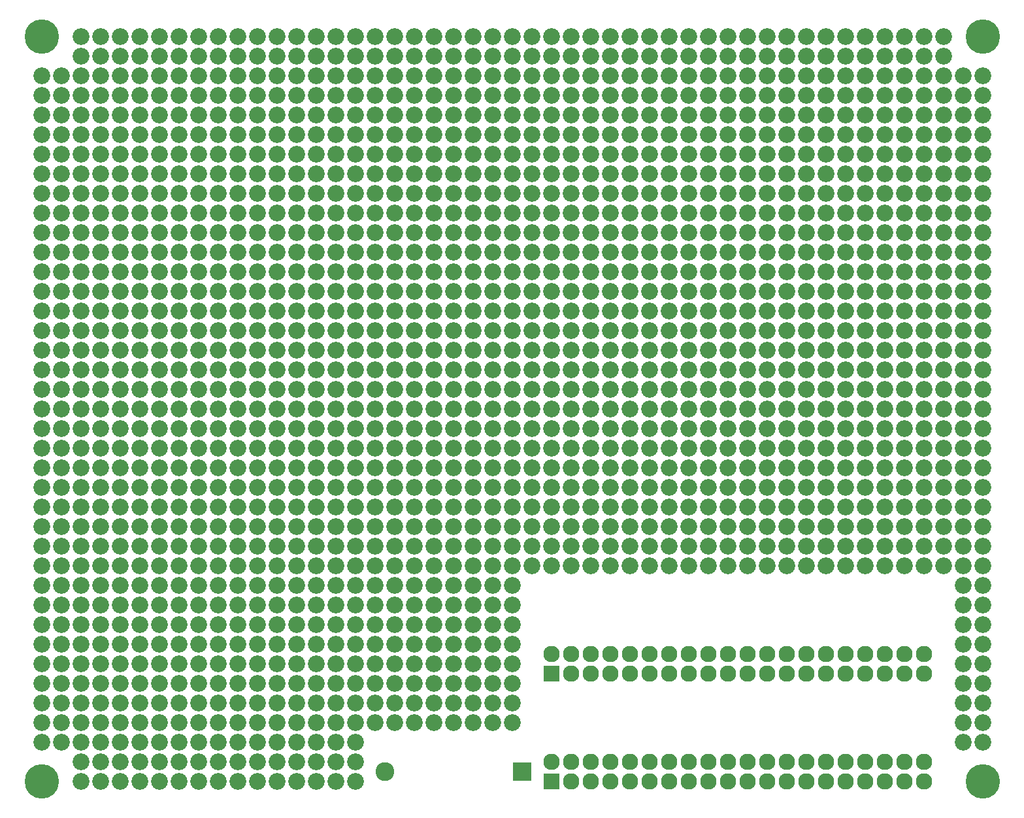
<source format=gbr>
G04 #@! TF.GenerationSoftware,KiCad,Pcbnew,5.1.2*
G04 #@! TF.CreationDate,2020-03-26T11:17:15-04:00*
G04 #@! TF.ProjectId,gw-glitchbus-proto2,67772d67-6c69-4746-9368-6275732d7072,rev?*
G04 #@! TF.SameCoordinates,Original*
G04 #@! TF.FileFunction,Soldermask,Top*
G04 #@! TF.FilePolarity,Negative*
%FSLAX46Y46*%
G04 Gerber Fmt 4.6, Leading zero omitted, Abs format (unit mm)*
G04 Created by KiCad (PCBNEW 5.1.2) date 2020-03-26 11:17:15*
%MOMM*%
%LPD*%
G04 APERTURE LIST*
%ADD10C,4.464000*%
%ADD11C,2.178000*%
%ADD12R,2.127200X2.127200*%
%ADD13O,2.127200X2.127200*%
%ADD14R,2.432000X2.432000*%
%ADD15C,2.432000*%
G04 APERTURE END LIST*
D10*
X195580000Y-152400000D03*
X73660000Y-152400000D03*
X73660000Y-55880000D03*
X195580000Y-55880000D03*
D11*
X111760000Y-152400000D03*
X96520000Y-149860000D03*
X86360000Y-152400000D03*
X104140000Y-149860000D03*
X104140000Y-152400000D03*
X106680000Y-152400000D03*
X81280000Y-149860000D03*
X114300000Y-152400000D03*
X93980000Y-149860000D03*
X91440000Y-149860000D03*
X109220000Y-152400000D03*
X106680000Y-149860000D03*
X99060000Y-152400000D03*
X109220000Y-149860000D03*
X88900000Y-152400000D03*
X83820000Y-149860000D03*
X78740000Y-149860000D03*
X101600000Y-152400000D03*
X81280000Y-152400000D03*
X99060000Y-149860000D03*
X93980000Y-152400000D03*
X111760000Y-149860000D03*
X114300000Y-149860000D03*
X91440000Y-152400000D03*
X88900000Y-149860000D03*
X86360000Y-149860000D03*
X96520000Y-152400000D03*
X83820000Y-152400000D03*
X78740000Y-152400000D03*
X101600000Y-149860000D03*
X193040000Y-144780000D03*
X195580000Y-147320000D03*
X193040000Y-142240000D03*
X193040000Y-139700000D03*
X195580000Y-144780000D03*
X195580000Y-142240000D03*
X195580000Y-139700000D03*
X193040000Y-147320000D03*
X88900000Y-144780000D03*
X91440000Y-147320000D03*
X114300000Y-144780000D03*
X114300000Y-147320000D03*
X121920000Y-144780000D03*
X81280000Y-144780000D03*
X78740000Y-142240000D03*
X109220000Y-144780000D03*
X99060000Y-147320000D03*
X99060000Y-142240000D03*
X134620000Y-139700000D03*
X111760000Y-139700000D03*
X121920000Y-139700000D03*
X119380000Y-139700000D03*
X76200000Y-139700000D03*
X96520000Y-147320000D03*
X86360000Y-144780000D03*
X78740000Y-139700000D03*
X83820000Y-139700000D03*
X111760000Y-147320000D03*
X81280000Y-142240000D03*
X134620000Y-144780000D03*
X96520000Y-144780000D03*
X127000000Y-142240000D03*
X129540000Y-142240000D03*
X129540000Y-144780000D03*
X134620000Y-142240000D03*
X132080000Y-139700000D03*
X129540000Y-139700000D03*
X73660000Y-147320000D03*
X93980000Y-147320000D03*
X132080000Y-142240000D03*
X114300000Y-142240000D03*
X132080000Y-144780000D03*
X93980000Y-144780000D03*
X86360000Y-147320000D03*
X96520000Y-142240000D03*
X86360000Y-139700000D03*
X101600000Y-139700000D03*
X104140000Y-139700000D03*
X99060000Y-139700000D03*
X106680000Y-147320000D03*
X127000000Y-144780000D03*
X73660000Y-139700000D03*
X76200000Y-144780000D03*
X106680000Y-144780000D03*
X109220000Y-147320000D03*
X91440000Y-144780000D03*
X88900000Y-142240000D03*
X99060000Y-144780000D03*
X81280000Y-147320000D03*
X124460000Y-139700000D03*
X91440000Y-139700000D03*
X111760000Y-142240000D03*
X119380000Y-144780000D03*
X104140000Y-142240000D03*
X78740000Y-147320000D03*
X83820000Y-147320000D03*
X86360000Y-142240000D03*
X114300000Y-139700000D03*
X109220000Y-139700000D03*
X101600000Y-147320000D03*
X78740000Y-144780000D03*
X83820000Y-144780000D03*
X106680000Y-142240000D03*
X104140000Y-147320000D03*
X109220000Y-142240000D03*
X73660000Y-144780000D03*
X76200000Y-147320000D03*
X73660000Y-142240000D03*
X88900000Y-139700000D03*
X93980000Y-139700000D03*
X106680000Y-139700000D03*
X96520000Y-139700000D03*
X127000000Y-139700000D03*
X116840000Y-139700000D03*
X91440000Y-142240000D03*
X101600000Y-144780000D03*
X83820000Y-142240000D03*
X116840000Y-142240000D03*
X121920000Y-142240000D03*
X116840000Y-144780000D03*
X101600000Y-142240000D03*
X119380000Y-142240000D03*
X111760000Y-144780000D03*
X93980000Y-142240000D03*
X76200000Y-142240000D03*
X124460000Y-142240000D03*
X104140000Y-144780000D03*
X88900000Y-147320000D03*
X124460000Y-144780000D03*
X81280000Y-139700000D03*
X73660000Y-60960000D03*
X76200000Y-63500000D03*
X76200000Y-66040000D03*
X76200000Y-93980000D03*
X73660000Y-114300000D03*
X73660000Y-109220000D03*
X76200000Y-60960000D03*
X76200000Y-96520000D03*
X73660000Y-76200000D03*
X73660000Y-104140000D03*
X76200000Y-116840000D03*
X73660000Y-78740000D03*
X73660000Y-91440000D03*
X76200000Y-104140000D03*
X76200000Y-76200000D03*
X73660000Y-134620000D03*
X76200000Y-137160000D03*
X73660000Y-132080000D03*
X73660000Y-121920000D03*
X73660000Y-111760000D03*
X76200000Y-114300000D03*
X73660000Y-81280000D03*
X76200000Y-127000000D03*
X76200000Y-119380000D03*
X73660000Y-129540000D03*
X76200000Y-134620000D03*
X76200000Y-132080000D03*
X73660000Y-66040000D03*
X76200000Y-78740000D03*
X73660000Y-63500000D03*
X73660000Y-99060000D03*
X73660000Y-93980000D03*
X73660000Y-88900000D03*
X76200000Y-91440000D03*
X76200000Y-71120000D03*
X76200000Y-68580000D03*
X76200000Y-73660000D03*
X73660000Y-101600000D03*
X76200000Y-88900000D03*
X73660000Y-73660000D03*
X76200000Y-101600000D03*
X73660000Y-86360000D03*
X73660000Y-83820000D03*
X73660000Y-106680000D03*
X76200000Y-111760000D03*
X73660000Y-116840000D03*
X76200000Y-83820000D03*
X76200000Y-109220000D03*
X73660000Y-71120000D03*
X73660000Y-127000000D03*
X76200000Y-129540000D03*
X76200000Y-121920000D03*
X76200000Y-106680000D03*
X73660000Y-137160000D03*
X73660000Y-68580000D03*
X76200000Y-86360000D03*
X76200000Y-81280000D03*
X76200000Y-99060000D03*
X76200000Y-124460000D03*
X73660000Y-96520000D03*
X73660000Y-124460000D03*
X73660000Y-119380000D03*
X193040000Y-132080000D03*
X193040000Y-121920000D03*
X193040000Y-111760000D03*
X195580000Y-114300000D03*
X195580000Y-116840000D03*
X193040000Y-78740000D03*
X193040000Y-91440000D03*
X195580000Y-104140000D03*
X195580000Y-76200000D03*
X193040000Y-134620000D03*
X195580000Y-137160000D03*
X193040000Y-73660000D03*
X195580000Y-101600000D03*
X193040000Y-86360000D03*
X193040000Y-83820000D03*
X193040000Y-106680000D03*
X195580000Y-111760000D03*
X193040000Y-116840000D03*
X195580000Y-127000000D03*
X195580000Y-119380000D03*
X193040000Y-129540000D03*
X195580000Y-134620000D03*
X195580000Y-132080000D03*
X193040000Y-127000000D03*
X195580000Y-129540000D03*
X195580000Y-121920000D03*
X195580000Y-106680000D03*
X193040000Y-137160000D03*
X193040000Y-66040000D03*
X195580000Y-78740000D03*
X193040000Y-63500000D03*
X193040000Y-99060000D03*
X193040000Y-93980000D03*
X193040000Y-88900000D03*
X195580000Y-91440000D03*
X195580000Y-71120000D03*
X195580000Y-68580000D03*
X195580000Y-66040000D03*
X195580000Y-93980000D03*
X193040000Y-114300000D03*
X195580000Y-96520000D03*
X193040000Y-76200000D03*
X193040000Y-104140000D03*
X195580000Y-83820000D03*
X195580000Y-109220000D03*
X193040000Y-71120000D03*
X195580000Y-86360000D03*
X195580000Y-81280000D03*
X195580000Y-99060000D03*
X193040000Y-124460000D03*
X193040000Y-119380000D03*
X195580000Y-124460000D03*
X193040000Y-96520000D03*
X195580000Y-73660000D03*
X193040000Y-101600000D03*
X193040000Y-109220000D03*
X195580000Y-60960000D03*
X193040000Y-60960000D03*
X195580000Y-63500000D03*
X193040000Y-81280000D03*
X193040000Y-68580000D03*
X195580000Y-88900000D03*
X124460000Y-132080000D03*
X91440000Y-132080000D03*
X134620000Y-137160000D03*
X101600000Y-134620000D03*
X83820000Y-132080000D03*
X116840000Y-132080000D03*
X121920000Y-132080000D03*
X116840000Y-134620000D03*
X101600000Y-132080000D03*
X119380000Y-132080000D03*
X111760000Y-134620000D03*
X93980000Y-132080000D03*
X111760000Y-137160000D03*
X121920000Y-137160000D03*
X81280000Y-132080000D03*
X134620000Y-134620000D03*
X119380000Y-137160000D03*
X96520000Y-134620000D03*
X127000000Y-132080000D03*
X129540000Y-132080000D03*
X129540000Y-134620000D03*
X134620000Y-132080000D03*
X111760000Y-132080000D03*
X119380000Y-134620000D03*
X104140000Y-132080000D03*
X78740000Y-137160000D03*
X83820000Y-137160000D03*
X86360000Y-132080000D03*
X114300000Y-132080000D03*
X132080000Y-137160000D03*
X132080000Y-134620000D03*
X129540000Y-137160000D03*
X93980000Y-134620000D03*
X86360000Y-137160000D03*
X96520000Y-132080000D03*
X101600000Y-137160000D03*
X78740000Y-134620000D03*
X83820000Y-134620000D03*
X106680000Y-132080000D03*
X104140000Y-137160000D03*
X109220000Y-134620000D03*
X99060000Y-137160000D03*
X99060000Y-132080000D03*
X124460000Y-137160000D03*
X88900000Y-134620000D03*
X91440000Y-137160000D03*
X114300000Y-134620000D03*
X114300000Y-137160000D03*
X121920000Y-134620000D03*
X106680000Y-134620000D03*
X109220000Y-137160000D03*
X91440000Y-134620000D03*
X104140000Y-134620000D03*
X88900000Y-137160000D03*
X93980000Y-137160000D03*
X132080000Y-132080000D03*
X106680000Y-137160000D03*
X127000000Y-134620000D03*
X96520000Y-137160000D03*
X86360000Y-134620000D03*
X127000000Y-137160000D03*
X116840000Y-137160000D03*
X88900000Y-132080000D03*
X99060000Y-134620000D03*
X81280000Y-137160000D03*
X78740000Y-132080000D03*
X109220000Y-132080000D03*
X81280000Y-134620000D03*
X124460000Y-134620000D03*
X121920000Y-121920000D03*
X104140000Y-119380000D03*
X106680000Y-127000000D03*
X142240000Y-119380000D03*
X109220000Y-129540000D03*
X127000000Y-119380000D03*
X96520000Y-127000000D03*
X127000000Y-124460000D03*
X129540000Y-124460000D03*
X116840000Y-119380000D03*
X129540000Y-127000000D03*
X134620000Y-124460000D03*
X157480000Y-124460000D03*
X111760000Y-124460000D03*
X162560000Y-119380000D03*
X86360000Y-121920000D03*
X119380000Y-127000000D03*
X99060000Y-121920000D03*
X81280000Y-129540000D03*
X78740000Y-124460000D03*
X119380000Y-121920000D03*
X157480000Y-119380000D03*
X129540000Y-119380000D03*
X111760000Y-119380000D03*
X144780000Y-119380000D03*
X187960000Y-124460000D03*
X152400000Y-121920000D03*
X182880000Y-121920000D03*
X177800000Y-121920000D03*
X137160000Y-119380000D03*
X162560000Y-124460000D03*
X165100000Y-124460000D03*
X119380000Y-119380000D03*
X129540000Y-121920000D03*
X185420000Y-124460000D03*
X96520000Y-119380000D03*
X109220000Y-127000000D03*
X99060000Y-129540000D03*
X114300000Y-119380000D03*
X99060000Y-124460000D03*
X93980000Y-129540000D03*
X132080000Y-124460000D03*
X106680000Y-129540000D03*
X106680000Y-121920000D03*
X160020000Y-121920000D03*
X93980000Y-119380000D03*
X177800000Y-119380000D03*
X154940000Y-124460000D03*
X139700000Y-121920000D03*
X172720000Y-121920000D03*
X111760000Y-121920000D03*
X121920000Y-129540000D03*
X142240000Y-121920000D03*
X81280000Y-124460000D03*
X101600000Y-119380000D03*
X134620000Y-127000000D03*
X119380000Y-129540000D03*
X167640000Y-124460000D03*
X147320000Y-124460000D03*
X104140000Y-121920000D03*
X93980000Y-124460000D03*
X165100000Y-121920000D03*
X172720000Y-124460000D03*
X149860000Y-124460000D03*
X78740000Y-121920000D03*
X132080000Y-121920000D03*
X111760000Y-129540000D03*
X81280000Y-121920000D03*
X104140000Y-124460000D03*
X78740000Y-129540000D03*
X137160000Y-124460000D03*
X93980000Y-121920000D03*
X83820000Y-129540000D03*
X109220000Y-119380000D03*
X170180000Y-119380000D03*
X147320000Y-119380000D03*
X134620000Y-119380000D03*
X127000000Y-129540000D03*
X144780000Y-121920000D03*
X116840000Y-121920000D03*
X147320000Y-121920000D03*
X116840000Y-129540000D03*
X83820000Y-119380000D03*
X144780000Y-124460000D03*
X88900000Y-124460000D03*
X78740000Y-119380000D03*
X99060000Y-127000000D03*
X185420000Y-121920000D03*
X149860000Y-121920000D03*
X165100000Y-119380000D03*
X134620000Y-121920000D03*
X175260000Y-119380000D03*
X101600000Y-121920000D03*
X132080000Y-127000000D03*
X129540000Y-129540000D03*
X182880000Y-124460000D03*
X124460000Y-119380000D03*
X187960000Y-119380000D03*
X109220000Y-124460000D03*
X81280000Y-127000000D03*
X190500000Y-124460000D03*
X124460000Y-127000000D03*
X177800000Y-124460000D03*
X86360000Y-124460000D03*
X142240000Y-124460000D03*
X180340000Y-121920000D03*
X127000000Y-121920000D03*
X170180000Y-124460000D03*
X114300000Y-124460000D03*
X132080000Y-129540000D03*
X167640000Y-119380000D03*
X160020000Y-119380000D03*
X104140000Y-127000000D03*
X109220000Y-121920000D03*
X180340000Y-124460000D03*
X91440000Y-127000000D03*
X157480000Y-121920000D03*
X172720000Y-119380000D03*
X149860000Y-119380000D03*
X114300000Y-121920000D03*
X93980000Y-127000000D03*
X139700000Y-124460000D03*
X86360000Y-129540000D03*
X91440000Y-124460000D03*
X91440000Y-121920000D03*
X106680000Y-119380000D03*
X134620000Y-129540000D03*
X101600000Y-127000000D03*
X96520000Y-124460000D03*
X101600000Y-129540000D03*
X78740000Y-127000000D03*
X154940000Y-119380000D03*
X124460000Y-121920000D03*
X182880000Y-119380000D03*
X104140000Y-129540000D03*
X175260000Y-124460000D03*
X185420000Y-119380000D03*
X124460000Y-129540000D03*
X88900000Y-127000000D03*
X91440000Y-129540000D03*
X190500000Y-119380000D03*
X91440000Y-119380000D03*
X175260000Y-121920000D03*
X88900000Y-119380000D03*
X121920000Y-124460000D03*
X124460000Y-124460000D03*
X160020000Y-124460000D03*
X96520000Y-121920000D03*
X88900000Y-121920000D03*
X152400000Y-124460000D03*
X116840000Y-127000000D03*
X101600000Y-124460000D03*
X119380000Y-124460000D03*
X111760000Y-127000000D03*
X180340000Y-119380000D03*
X167640000Y-121920000D03*
X88900000Y-129540000D03*
X114300000Y-129540000D03*
X121920000Y-127000000D03*
X96520000Y-129540000D03*
X86360000Y-127000000D03*
X152400000Y-119380000D03*
X190500000Y-121920000D03*
X127000000Y-127000000D03*
X114300000Y-127000000D03*
X170180000Y-121920000D03*
X83820000Y-127000000D03*
X83820000Y-121920000D03*
X137160000Y-121920000D03*
X187960000Y-121920000D03*
X132080000Y-119380000D03*
X86360000Y-119380000D03*
X99060000Y-119380000D03*
X162560000Y-121920000D03*
X116840000Y-124460000D03*
X154940000Y-121920000D03*
X106680000Y-124460000D03*
X139700000Y-119380000D03*
X121920000Y-119380000D03*
X83820000Y-124460000D03*
X81280000Y-119380000D03*
X185420000Y-106680000D03*
X149860000Y-116840000D03*
X124460000Y-116840000D03*
X116840000Y-106680000D03*
X129540000Y-114300000D03*
X134620000Y-111760000D03*
X157480000Y-111760000D03*
X111760000Y-111760000D03*
X154940000Y-111760000D03*
X139700000Y-109220000D03*
X172720000Y-109220000D03*
X111760000Y-109220000D03*
X121920000Y-116840000D03*
X114300000Y-106680000D03*
X162560000Y-114300000D03*
X99060000Y-111760000D03*
X190500000Y-116840000D03*
X93980000Y-116840000D03*
X96520000Y-111760000D03*
X101600000Y-116840000D03*
X78740000Y-114300000D03*
X154940000Y-106680000D03*
X124460000Y-109220000D03*
X91440000Y-111760000D03*
X91440000Y-109220000D03*
X106680000Y-106680000D03*
X134620000Y-116840000D03*
X101600000Y-114300000D03*
X137160000Y-106680000D03*
X190500000Y-114300000D03*
X185420000Y-114300000D03*
X162560000Y-111760000D03*
X165100000Y-111760000D03*
X83820000Y-116840000D03*
X139700000Y-116840000D03*
X109220000Y-106680000D03*
X170180000Y-106680000D03*
X160020000Y-106680000D03*
X104140000Y-114300000D03*
X175260000Y-114300000D03*
X109220000Y-109220000D03*
X106680000Y-109220000D03*
X160020000Y-109220000D03*
X93980000Y-106680000D03*
X177800000Y-106680000D03*
X78740000Y-106680000D03*
X99060000Y-114300000D03*
X144780000Y-114300000D03*
X185420000Y-109220000D03*
X127000000Y-116840000D03*
X144780000Y-109220000D03*
X116840000Y-109220000D03*
X147320000Y-109220000D03*
X119380000Y-109220000D03*
X157480000Y-106680000D03*
X129540000Y-106680000D03*
X111760000Y-106680000D03*
X111760000Y-116840000D03*
X81280000Y-109220000D03*
X104140000Y-111760000D03*
X78740000Y-116840000D03*
X96520000Y-114300000D03*
X127000000Y-111760000D03*
X137160000Y-114300000D03*
X172720000Y-106680000D03*
X149860000Y-106680000D03*
X114300000Y-109220000D03*
X93980000Y-114300000D03*
X83820000Y-109220000D03*
X149860000Y-114300000D03*
X167640000Y-116840000D03*
X149860000Y-111760000D03*
X78740000Y-109220000D03*
X132080000Y-109220000D03*
X177800000Y-114300000D03*
X101600000Y-106680000D03*
X134620000Y-114300000D03*
X119380000Y-116840000D03*
X167640000Y-111760000D03*
X132080000Y-116840000D03*
X167640000Y-106680000D03*
X172720000Y-114300000D03*
X106680000Y-111760000D03*
X139700000Y-106680000D03*
X121920000Y-106680000D03*
X114300000Y-116840000D03*
X121920000Y-114300000D03*
X177800000Y-116840000D03*
X152400000Y-114300000D03*
X165100000Y-109220000D03*
X172720000Y-111760000D03*
X180340000Y-109220000D03*
X127000000Y-109220000D03*
X170180000Y-111760000D03*
X180340000Y-111760000D03*
X91440000Y-114300000D03*
X157480000Y-109220000D03*
X182880000Y-109220000D03*
X177800000Y-109220000D03*
X154940000Y-116840000D03*
X152400000Y-116840000D03*
X147320000Y-111760000D03*
X104140000Y-109220000D03*
X182880000Y-114300000D03*
X147320000Y-116840000D03*
X127000000Y-106680000D03*
X144780000Y-106680000D03*
X187960000Y-111760000D03*
X152400000Y-109220000D03*
X187960000Y-106680000D03*
X109220000Y-111760000D03*
X160020000Y-114300000D03*
X185420000Y-116840000D03*
X139700000Y-111760000D03*
X86360000Y-116840000D03*
X177800000Y-111760000D03*
X86360000Y-111760000D03*
X142240000Y-111760000D03*
X147320000Y-106680000D03*
X134620000Y-106680000D03*
X154940000Y-114300000D03*
X170180000Y-109220000D03*
X83820000Y-114300000D03*
X157480000Y-114300000D03*
X162560000Y-109220000D03*
X116840000Y-111760000D03*
X154940000Y-109220000D03*
X165100000Y-114300000D03*
X144780000Y-116840000D03*
X93980000Y-111760000D03*
X182880000Y-116840000D03*
X182880000Y-111760000D03*
X124460000Y-106680000D03*
X83820000Y-106680000D03*
X144780000Y-111760000D03*
X88900000Y-111760000D03*
X137160000Y-109220000D03*
X139700000Y-114300000D03*
X180340000Y-114300000D03*
X160020000Y-116840000D03*
X106680000Y-116840000D03*
X149860000Y-109220000D03*
X165100000Y-106680000D03*
X134620000Y-109220000D03*
X175260000Y-106680000D03*
X101600000Y-109220000D03*
X119380000Y-114300000D03*
X99060000Y-109220000D03*
X142240000Y-106680000D03*
X109220000Y-116840000D03*
X182880000Y-106680000D03*
X162560000Y-116840000D03*
X142240000Y-116840000D03*
X167640000Y-114300000D03*
X142240000Y-109220000D03*
X81280000Y-111760000D03*
X185420000Y-111760000D03*
X96520000Y-106680000D03*
X137160000Y-111760000D03*
X93980000Y-109220000D03*
X114300000Y-111760000D03*
X175260000Y-116840000D03*
X190500000Y-106680000D03*
X91440000Y-106680000D03*
X152400000Y-106680000D03*
X190500000Y-109220000D03*
X88900000Y-114300000D03*
X91440000Y-116840000D03*
X162560000Y-106680000D03*
X86360000Y-109220000D03*
X104140000Y-116840000D03*
X175260000Y-111760000D03*
X137160000Y-116840000D03*
X187960000Y-116840000D03*
X99060000Y-106680000D03*
X157480000Y-116840000D03*
X180340000Y-116840000D03*
X116840000Y-114300000D03*
X167640000Y-109220000D03*
X88900000Y-116840000D03*
X83820000Y-111760000D03*
X81280000Y-106680000D03*
X132080000Y-114300000D03*
X129540000Y-116840000D03*
X127000000Y-114300000D03*
X165100000Y-116840000D03*
X109220000Y-114300000D03*
X99060000Y-116840000D03*
X104140000Y-106680000D03*
X106680000Y-114300000D03*
X132080000Y-106680000D03*
X170180000Y-114300000D03*
X81280000Y-114300000D03*
X190500000Y-111760000D03*
X119380000Y-106680000D03*
X129540000Y-109220000D03*
X81280000Y-116840000D03*
X78740000Y-111760000D03*
X86360000Y-106680000D03*
X172720000Y-116840000D03*
X121920000Y-111760000D03*
X119380000Y-111760000D03*
X187960000Y-109220000D03*
X152400000Y-111760000D03*
X142240000Y-114300000D03*
X88900000Y-109220000D03*
X114300000Y-114300000D03*
X96520000Y-109220000D03*
X96520000Y-116840000D03*
X132080000Y-111760000D03*
X147320000Y-114300000D03*
X187960000Y-114300000D03*
X180340000Y-106680000D03*
X170180000Y-116840000D03*
X124460000Y-111760000D03*
X86360000Y-114300000D03*
X129540000Y-111760000D03*
X101600000Y-111760000D03*
X175260000Y-109220000D03*
X121920000Y-109220000D03*
X160020000Y-111760000D03*
X124460000Y-114300000D03*
X111760000Y-114300000D03*
X88900000Y-106680000D03*
X116840000Y-116840000D03*
X185420000Y-93980000D03*
X185420000Y-101600000D03*
X162560000Y-99060000D03*
X165100000Y-99060000D03*
X134620000Y-96520000D03*
X175260000Y-93980000D03*
X109220000Y-101600000D03*
X99060000Y-104140000D03*
X132080000Y-104140000D03*
X167640000Y-93980000D03*
X137160000Y-104140000D03*
X187960000Y-104140000D03*
X106680000Y-101600000D03*
X132080000Y-93980000D03*
X185420000Y-99060000D03*
X96520000Y-93980000D03*
X167640000Y-96520000D03*
X88900000Y-104140000D03*
X144780000Y-93980000D03*
X187960000Y-99060000D03*
X119380000Y-99060000D03*
X187960000Y-96520000D03*
X177800000Y-99060000D03*
X86360000Y-99060000D03*
X96520000Y-104140000D03*
X132080000Y-99060000D03*
X129540000Y-96520000D03*
X81280000Y-104140000D03*
X127000000Y-101600000D03*
X165100000Y-104140000D03*
X177800000Y-101600000D03*
X101600000Y-93980000D03*
X170180000Y-93980000D03*
X160020000Y-93980000D03*
X86360000Y-93980000D03*
X172720000Y-104140000D03*
X124460000Y-96520000D03*
X91440000Y-99060000D03*
X149860000Y-96520000D03*
X165100000Y-93980000D03*
X121920000Y-101600000D03*
X177800000Y-104140000D03*
X144780000Y-99060000D03*
X88900000Y-99060000D03*
X144780000Y-96520000D03*
X116840000Y-96520000D03*
X124460000Y-104140000D03*
X116840000Y-93980000D03*
X129540000Y-101600000D03*
X134620000Y-99060000D03*
X96520000Y-101600000D03*
X127000000Y-99060000D03*
X147320000Y-93980000D03*
X134620000Y-93980000D03*
X78740000Y-93980000D03*
X99060000Y-101600000D03*
X172720000Y-93980000D03*
X149860000Y-93980000D03*
X96520000Y-99060000D03*
X101600000Y-104140000D03*
X78740000Y-101600000D03*
X154940000Y-93980000D03*
X104140000Y-99060000D03*
X78740000Y-104140000D03*
X139700000Y-101600000D03*
X180340000Y-101600000D03*
X187960000Y-101600000D03*
X180340000Y-93980000D03*
X124460000Y-101600000D03*
X111760000Y-101600000D03*
X124460000Y-99060000D03*
X86360000Y-101600000D03*
X152400000Y-99060000D03*
X142240000Y-101600000D03*
X88900000Y-96520000D03*
X114300000Y-101600000D03*
X99060000Y-99060000D03*
X190500000Y-104140000D03*
X116840000Y-99060000D03*
X154940000Y-96520000D03*
X165100000Y-101600000D03*
X144780000Y-104140000D03*
X119380000Y-101600000D03*
X99060000Y-96520000D03*
X160020000Y-104140000D03*
X106680000Y-104140000D03*
X149860000Y-101600000D03*
X167640000Y-104140000D03*
X139700000Y-93980000D03*
X121920000Y-93980000D03*
X142240000Y-96520000D03*
X81280000Y-99060000D03*
X162560000Y-104140000D03*
X142240000Y-104140000D03*
X111760000Y-96520000D03*
X121920000Y-104140000D03*
X104140000Y-104140000D03*
X175260000Y-99060000D03*
X81280000Y-96520000D03*
X157480000Y-99060000D03*
X111760000Y-93980000D03*
X170180000Y-104140000D03*
X91440000Y-104140000D03*
X129540000Y-93980000D03*
X139700000Y-104140000D03*
X91440000Y-96520000D03*
X109220000Y-93980000D03*
X139700000Y-96520000D03*
X177800000Y-93980000D03*
X106680000Y-99060000D03*
X106680000Y-93980000D03*
X144780000Y-101600000D03*
X162560000Y-96520000D03*
X154940000Y-99060000D03*
X93980000Y-93980000D03*
X114300000Y-96520000D03*
X91440000Y-93980000D03*
X78740000Y-96520000D03*
X177800000Y-96520000D03*
X127000000Y-93980000D03*
X132080000Y-96520000D03*
X157480000Y-101600000D03*
X134620000Y-104140000D03*
X109220000Y-96520000D03*
X185420000Y-96520000D03*
X175260000Y-101600000D03*
X157480000Y-96520000D03*
X162560000Y-101600000D03*
X157480000Y-93980000D03*
X162560000Y-93980000D03*
X147320000Y-101600000D03*
X93980000Y-101600000D03*
X170180000Y-99060000D03*
X96520000Y-96520000D03*
X129540000Y-104140000D03*
X160020000Y-99060000D03*
X111760000Y-99060000D03*
X83820000Y-104140000D03*
X172720000Y-96520000D03*
X127000000Y-104140000D03*
X78740000Y-99060000D03*
X182880000Y-104140000D03*
X111760000Y-104140000D03*
X160020000Y-96520000D03*
X93980000Y-104140000D03*
X182880000Y-93980000D03*
X147320000Y-96520000D03*
X106680000Y-96520000D03*
X114300000Y-93980000D03*
X190500000Y-96520000D03*
X119380000Y-96520000D03*
X137160000Y-101600000D03*
X116840000Y-101600000D03*
X99060000Y-93980000D03*
X121920000Y-99060000D03*
X137160000Y-93980000D03*
X121920000Y-96520000D03*
X134620000Y-101600000D03*
X109220000Y-99060000D03*
X152400000Y-96520000D03*
X147320000Y-104140000D03*
X185420000Y-104140000D03*
X83820000Y-101600000D03*
X149860000Y-104140000D03*
X127000000Y-96520000D03*
X104140000Y-93980000D03*
X139700000Y-99060000D03*
X154940000Y-101600000D03*
X182880000Y-99060000D03*
X165100000Y-96520000D03*
X86360000Y-96520000D03*
X180340000Y-104140000D03*
X86360000Y-104140000D03*
X180340000Y-96520000D03*
X160020000Y-101600000D03*
X190500000Y-99060000D03*
X170180000Y-101600000D03*
X180340000Y-99060000D03*
X137160000Y-99060000D03*
X175260000Y-96520000D03*
X157480000Y-104140000D03*
X114300000Y-99060000D03*
X81280000Y-93980000D03*
X119380000Y-93980000D03*
X129540000Y-99060000D03*
X190500000Y-93980000D03*
X152400000Y-93980000D03*
X109220000Y-104140000D03*
X83820000Y-96520000D03*
X124460000Y-93980000D03*
X101600000Y-99060000D03*
X142240000Y-93980000D03*
X152400000Y-104140000D03*
X104140000Y-96520000D03*
X142240000Y-99060000D03*
X175260000Y-104140000D03*
X83820000Y-99060000D03*
X149860000Y-99060000D03*
X187960000Y-93980000D03*
X116840000Y-104140000D03*
X93980000Y-96520000D03*
X147320000Y-99060000D03*
X132080000Y-101600000D03*
X104140000Y-101600000D03*
X83820000Y-93980000D03*
X154940000Y-104140000D03*
X114300000Y-104140000D03*
X137160000Y-96520000D03*
X167640000Y-99060000D03*
X101600000Y-96520000D03*
X93980000Y-99060000D03*
X172720000Y-101600000D03*
X182880000Y-101600000D03*
X91440000Y-101600000D03*
X172720000Y-99060000D03*
X167640000Y-101600000D03*
X119380000Y-104140000D03*
X152400000Y-101600000D03*
X88900000Y-101600000D03*
X182880000Y-96520000D03*
X88900000Y-93980000D03*
X81280000Y-101600000D03*
X190500000Y-101600000D03*
X101600000Y-101600000D03*
X170180000Y-96520000D03*
X127000000Y-88900000D03*
X99060000Y-88900000D03*
X172720000Y-81280000D03*
X99060000Y-83820000D03*
X160020000Y-91440000D03*
X86360000Y-81280000D03*
X172720000Y-91440000D03*
X187960000Y-91440000D03*
X106680000Y-88900000D03*
X165100000Y-91440000D03*
X177800000Y-88900000D03*
X83820000Y-86360000D03*
X149860000Y-86360000D03*
X93980000Y-83820000D03*
X147320000Y-86360000D03*
X167640000Y-83820000D03*
X88900000Y-91440000D03*
X86360000Y-86360000D03*
X96520000Y-91440000D03*
X190500000Y-88900000D03*
X101600000Y-88900000D03*
X187960000Y-86360000D03*
X119380000Y-86360000D03*
X124460000Y-83820000D03*
X91440000Y-86360000D03*
X170180000Y-88900000D03*
X180340000Y-86360000D03*
X132080000Y-81280000D03*
X185420000Y-86360000D03*
X167640000Y-81280000D03*
X137160000Y-91440000D03*
X88900000Y-81280000D03*
X81280000Y-88900000D03*
X162560000Y-86360000D03*
X165100000Y-86360000D03*
X99060000Y-91440000D03*
X132080000Y-91440000D03*
X170180000Y-81280000D03*
X160020000Y-81280000D03*
X185420000Y-81280000D03*
X185420000Y-88900000D03*
X129540000Y-83820000D03*
X81280000Y-91440000D03*
X152400000Y-88900000D03*
X88900000Y-88900000D03*
X134620000Y-83820000D03*
X175260000Y-81280000D03*
X182880000Y-81280000D03*
X147320000Y-83820000D03*
X129540000Y-88900000D03*
X134620000Y-86360000D03*
X88900000Y-83820000D03*
X114300000Y-88900000D03*
X93980000Y-86360000D03*
X172720000Y-88900000D03*
X147320000Y-88900000D03*
X93980000Y-88900000D03*
X190500000Y-91440000D03*
X116840000Y-86360000D03*
X180340000Y-91440000D03*
X86360000Y-91440000D03*
X139700000Y-81280000D03*
X121920000Y-81280000D03*
X104140000Y-86360000D03*
X78740000Y-91440000D03*
X106680000Y-81280000D03*
X144780000Y-88900000D03*
X124460000Y-88900000D03*
X111760000Y-88900000D03*
X154940000Y-91440000D03*
X114300000Y-91440000D03*
X152400000Y-83820000D03*
X147320000Y-91440000D03*
X139700000Y-88900000D03*
X180340000Y-88900000D03*
X78740000Y-83820000D03*
X177800000Y-83820000D03*
X129540000Y-81280000D03*
X139700000Y-91440000D03*
X149860000Y-81280000D03*
X96520000Y-86360000D03*
X190500000Y-83820000D03*
X119380000Y-83820000D03*
X167640000Y-86360000D03*
X101600000Y-83820000D03*
X81280000Y-81280000D03*
X119380000Y-81280000D03*
X147320000Y-81280000D03*
X134620000Y-81280000D03*
X129540000Y-86360000D03*
X190500000Y-81280000D03*
X165100000Y-88900000D03*
X144780000Y-91440000D03*
X99060000Y-81280000D03*
X121920000Y-86360000D03*
X142240000Y-81280000D03*
X152400000Y-91440000D03*
X109220000Y-91440000D03*
X172720000Y-83820000D03*
X111760000Y-83820000D03*
X185420000Y-91440000D03*
X157480000Y-88900000D03*
X91440000Y-83820000D03*
X111760000Y-81280000D03*
X121920000Y-83820000D03*
X127000000Y-81280000D03*
X109220000Y-81280000D03*
X127000000Y-86360000D03*
X124460000Y-91440000D03*
X157480000Y-83820000D03*
X180340000Y-83820000D03*
X142240000Y-91440000D03*
X111760000Y-86360000D03*
X142240000Y-86360000D03*
X132080000Y-83820000D03*
X96520000Y-83820000D03*
X175260000Y-91440000D03*
X152400000Y-86360000D03*
X154940000Y-86360000D03*
X116840000Y-83820000D03*
X132080000Y-88900000D03*
X91440000Y-88900000D03*
X160020000Y-86360000D03*
X187960000Y-88900000D03*
X144780000Y-86360000D03*
X93980000Y-81280000D03*
X83820000Y-83820000D03*
X127000000Y-91440000D03*
X83820000Y-91440000D03*
X134620000Y-91440000D03*
X149860000Y-88900000D03*
X160020000Y-83820000D03*
X162560000Y-88900000D03*
X116840000Y-81280000D03*
X121920000Y-91440000D03*
X134620000Y-88900000D03*
X106680000Y-86360000D03*
X91440000Y-81280000D03*
X137160000Y-81280000D03*
X182880000Y-86360000D03*
X119380000Y-88900000D03*
X165100000Y-83820000D03*
X142240000Y-83820000D03*
X99060000Y-86360000D03*
X114300000Y-83820000D03*
X152400000Y-81280000D03*
X170180000Y-86360000D03*
X78740000Y-86360000D03*
X157480000Y-81280000D03*
X177800000Y-81280000D03*
X177800000Y-91440000D03*
X83820000Y-81280000D03*
X78740000Y-81280000D03*
X149860000Y-91440000D03*
X157480000Y-91440000D03*
X162560000Y-81280000D03*
X154940000Y-81280000D03*
X137160000Y-86360000D03*
X124460000Y-81280000D03*
X182880000Y-83820000D03*
X187960000Y-83820000D03*
X101600000Y-81280000D03*
X104140000Y-91440000D03*
X127000000Y-83820000D03*
X111760000Y-91440000D03*
X116840000Y-88900000D03*
X83820000Y-88900000D03*
X101600000Y-86360000D03*
X104140000Y-81280000D03*
X139700000Y-83820000D03*
X81280000Y-83820000D03*
X175260000Y-83820000D03*
X116840000Y-91440000D03*
X170180000Y-91440000D03*
X175260000Y-86360000D03*
X129540000Y-91440000D03*
X154940000Y-83820000D03*
X109220000Y-86360000D03*
X109220000Y-83820000D03*
X162560000Y-83820000D03*
X144780000Y-83820000D03*
X93980000Y-91440000D03*
X114300000Y-86360000D03*
X137160000Y-88900000D03*
X86360000Y-83820000D03*
X144780000Y-81280000D03*
X121920000Y-88900000D03*
X132080000Y-86360000D03*
X86360000Y-88900000D03*
X91440000Y-91440000D03*
X96520000Y-88900000D03*
X149860000Y-83820000D03*
X137160000Y-83820000D03*
X106680000Y-83820000D03*
X104140000Y-83820000D03*
X185420000Y-83820000D03*
X190500000Y-86360000D03*
X101600000Y-91440000D03*
X106680000Y-91440000D03*
X142240000Y-88900000D03*
X104140000Y-88900000D03*
X88900000Y-86360000D03*
X78740000Y-88900000D03*
X167640000Y-91440000D03*
X182880000Y-91440000D03*
X124460000Y-86360000D03*
X182880000Y-88900000D03*
X139700000Y-86360000D03*
X180340000Y-81280000D03*
X154940000Y-88900000D03*
X96520000Y-81280000D03*
X187960000Y-81280000D03*
X114300000Y-81280000D03*
X157480000Y-86360000D03*
X81280000Y-86360000D03*
X162560000Y-91440000D03*
X167640000Y-88900000D03*
X165100000Y-81280000D03*
X119380000Y-91440000D03*
X175260000Y-88900000D03*
X109220000Y-88900000D03*
X172720000Y-86360000D03*
X160020000Y-88900000D03*
X170180000Y-83820000D03*
X177800000Y-86360000D03*
X129540000Y-68580000D03*
X134620000Y-68580000D03*
X121920000Y-73660000D03*
X109220000Y-78740000D03*
X91440000Y-71120000D03*
X83820000Y-78740000D03*
X121920000Y-78740000D03*
X165100000Y-71120000D03*
X137160000Y-76200000D03*
X124460000Y-68580000D03*
X101600000Y-68580000D03*
X104140000Y-78740000D03*
X81280000Y-71120000D03*
X129540000Y-78740000D03*
X127000000Y-78740000D03*
X86360000Y-71120000D03*
X144780000Y-68580000D03*
X96520000Y-68580000D03*
X109220000Y-73660000D03*
X175260000Y-78740000D03*
X109220000Y-68580000D03*
X180340000Y-71120000D03*
X142240000Y-78740000D03*
X129540000Y-76200000D03*
X147320000Y-71120000D03*
X121920000Y-76200000D03*
X152400000Y-71120000D03*
X88900000Y-78740000D03*
X137160000Y-71120000D03*
X160020000Y-78740000D03*
X167640000Y-76200000D03*
X83820000Y-76200000D03*
X167640000Y-68580000D03*
X83820000Y-73660000D03*
X170180000Y-71120000D03*
X177800000Y-78740000D03*
X88900000Y-76200000D03*
X167640000Y-71120000D03*
X147320000Y-73660000D03*
X142240000Y-76200000D03*
X127000000Y-76200000D03*
X86360000Y-73660000D03*
X165100000Y-68580000D03*
X104140000Y-76200000D03*
X99060000Y-78740000D03*
X162560000Y-73660000D03*
X119380000Y-78740000D03*
X162560000Y-78740000D03*
X134620000Y-71120000D03*
X149860000Y-73660000D03*
X165100000Y-73660000D03*
X180340000Y-73660000D03*
X182880000Y-73660000D03*
X160020000Y-73660000D03*
X101600000Y-73660000D03*
X106680000Y-76200000D03*
X88900000Y-73660000D03*
X124460000Y-71120000D03*
X160020000Y-76200000D03*
X81280000Y-76200000D03*
X129540000Y-71120000D03*
X114300000Y-76200000D03*
X78740000Y-76200000D03*
X175260000Y-76200000D03*
X177800000Y-76200000D03*
X81280000Y-73660000D03*
X187960000Y-78740000D03*
X172720000Y-68580000D03*
X165100000Y-78740000D03*
X185420000Y-68580000D03*
X182880000Y-68580000D03*
X101600000Y-76200000D03*
X170180000Y-76200000D03*
X152400000Y-76200000D03*
X170180000Y-68580000D03*
X160020000Y-68580000D03*
X134620000Y-78740000D03*
X162560000Y-76200000D03*
X180340000Y-68580000D03*
X190500000Y-68580000D03*
X180340000Y-76200000D03*
X132080000Y-71120000D03*
X144780000Y-73660000D03*
X172720000Y-71120000D03*
X152400000Y-73660000D03*
X127000000Y-68580000D03*
X127000000Y-71120000D03*
X144780000Y-71120000D03*
X139700000Y-76200000D03*
X114300000Y-73660000D03*
X165100000Y-76200000D03*
X121920000Y-68580000D03*
X182880000Y-78740000D03*
X124460000Y-78740000D03*
X152400000Y-78740000D03*
X119380000Y-71120000D03*
X177800000Y-71120000D03*
X144780000Y-76200000D03*
X154940000Y-71120000D03*
X157480000Y-78740000D03*
X93980000Y-78740000D03*
X96520000Y-71120000D03*
X187960000Y-76200000D03*
X119380000Y-76200000D03*
X137160000Y-73660000D03*
X91440000Y-78740000D03*
X149860000Y-71120000D03*
X127000000Y-73660000D03*
X177800000Y-68580000D03*
X154940000Y-68580000D03*
X167640000Y-73660000D03*
X187960000Y-68580000D03*
X129540000Y-73660000D03*
X121920000Y-71120000D03*
X190500000Y-71120000D03*
X185420000Y-78740000D03*
X96520000Y-73660000D03*
X91440000Y-76200000D03*
X162560000Y-68580000D03*
X180340000Y-78740000D03*
X185420000Y-76200000D03*
X144780000Y-78740000D03*
X182880000Y-76200000D03*
X132080000Y-76200000D03*
X147320000Y-76200000D03*
X182880000Y-71120000D03*
X124460000Y-76200000D03*
X101600000Y-71120000D03*
X96520000Y-76200000D03*
X111760000Y-78740000D03*
X86360000Y-76200000D03*
X160020000Y-71120000D03*
X154940000Y-73660000D03*
X157480000Y-76200000D03*
X149860000Y-78740000D03*
X111760000Y-76200000D03*
X119380000Y-68580000D03*
X88900000Y-71120000D03*
X185420000Y-71120000D03*
X147320000Y-78740000D03*
X172720000Y-76200000D03*
X96520000Y-78740000D03*
X91440000Y-73660000D03*
X78740000Y-73660000D03*
X139700000Y-78740000D03*
X162560000Y-71120000D03*
X132080000Y-73660000D03*
X119380000Y-73660000D03*
X88900000Y-68580000D03*
X185420000Y-73660000D03*
X177800000Y-73660000D03*
X132080000Y-68580000D03*
X132080000Y-78740000D03*
X172720000Y-73660000D03*
X154940000Y-78740000D03*
X170180000Y-78740000D03*
X154940000Y-76200000D03*
X104140000Y-73660000D03*
X106680000Y-73660000D03*
X175260000Y-73660000D03*
X114300000Y-71120000D03*
X142240000Y-68580000D03*
X124460000Y-73660000D03*
X149860000Y-68580000D03*
X78740000Y-71120000D03*
X142240000Y-73660000D03*
X116840000Y-73660000D03*
X147320000Y-68580000D03*
X137160000Y-68580000D03*
X157480000Y-73660000D03*
X139700000Y-73660000D03*
X93980000Y-73660000D03*
X106680000Y-68580000D03*
X99060000Y-73660000D03*
X83820000Y-71120000D03*
X99060000Y-68580000D03*
X81280000Y-68580000D03*
X116840000Y-68580000D03*
X111760000Y-73660000D03*
X109220000Y-71120000D03*
X142240000Y-71120000D03*
X114300000Y-68580000D03*
X116840000Y-71120000D03*
X111760000Y-68580000D03*
X86360000Y-78740000D03*
X116840000Y-78740000D03*
X93980000Y-68580000D03*
X190500000Y-78740000D03*
X111760000Y-71120000D03*
X149860000Y-76200000D03*
X187960000Y-71120000D03*
X170180000Y-73660000D03*
X83820000Y-68580000D03*
X104140000Y-68580000D03*
X78740000Y-68580000D03*
X134620000Y-76200000D03*
X157480000Y-68580000D03*
X157480000Y-71120000D03*
X91440000Y-68580000D03*
X99060000Y-76200000D03*
X139700000Y-68580000D03*
X134620000Y-73660000D03*
X116840000Y-76200000D03*
X78740000Y-78740000D03*
X139700000Y-71120000D03*
X175260000Y-71120000D03*
X114300000Y-78740000D03*
X175260000Y-68580000D03*
X81280000Y-78740000D03*
X106680000Y-71120000D03*
X152400000Y-68580000D03*
X190500000Y-73660000D03*
X187960000Y-73660000D03*
X93980000Y-71120000D03*
X190500000Y-76200000D03*
X104140000Y-71120000D03*
X167640000Y-78740000D03*
X93980000Y-76200000D03*
X172720000Y-78740000D03*
X86360000Y-68580000D03*
X99060000Y-71120000D03*
X137160000Y-78740000D03*
X101600000Y-78740000D03*
X106680000Y-78740000D03*
X109220000Y-76200000D03*
X137160000Y-66040000D03*
X129540000Y-66040000D03*
X121920000Y-66040000D03*
X167640000Y-66040000D03*
X83820000Y-66040000D03*
X88900000Y-66040000D03*
X142240000Y-66040000D03*
X127000000Y-66040000D03*
X104140000Y-66040000D03*
X106680000Y-66040000D03*
X160020000Y-66040000D03*
X81280000Y-66040000D03*
X114300000Y-66040000D03*
X78740000Y-66040000D03*
X175260000Y-66040000D03*
X177800000Y-66040000D03*
X101600000Y-66040000D03*
X170180000Y-66040000D03*
X152400000Y-66040000D03*
X162560000Y-66040000D03*
X180340000Y-66040000D03*
X139700000Y-66040000D03*
X165100000Y-66040000D03*
X144780000Y-66040000D03*
X187960000Y-66040000D03*
X119380000Y-66040000D03*
X91440000Y-66040000D03*
X185420000Y-66040000D03*
X182880000Y-66040000D03*
X132080000Y-66040000D03*
X147320000Y-66040000D03*
X124460000Y-66040000D03*
X96520000Y-66040000D03*
X86360000Y-66040000D03*
X157480000Y-66040000D03*
X111760000Y-66040000D03*
X172720000Y-66040000D03*
X154940000Y-66040000D03*
X149860000Y-66040000D03*
X134620000Y-66040000D03*
X99060000Y-66040000D03*
X116840000Y-66040000D03*
X190500000Y-66040000D03*
X93980000Y-66040000D03*
X109220000Y-66040000D03*
X121920000Y-63500000D03*
X109220000Y-63500000D03*
X83820000Y-63500000D03*
X147320000Y-63500000D03*
X86360000Y-63500000D03*
X162560000Y-63500000D03*
X149860000Y-63500000D03*
X165100000Y-63500000D03*
X180340000Y-63500000D03*
X182880000Y-63500000D03*
X160020000Y-63500000D03*
X101600000Y-63500000D03*
X88900000Y-63500000D03*
X81280000Y-63500000D03*
X144780000Y-63500000D03*
X152400000Y-63500000D03*
X114300000Y-63500000D03*
X137160000Y-63500000D03*
X127000000Y-63500000D03*
X167640000Y-63500000D03*
X129540000Y-63500000D03*
X96520000Y-63500000D03*
X154940000Y-63500000D03*
X91440000Y-63500000D03*
X78740000Y-63500000D03*
X132080000Y-63500000D03*
X119380000Y-63500000D03*
X185420000Y-63500000D03*
X177800000Y-63500000D03*
X172720000Y-63500000D03*
X104140000Y-63500000D03*
X106680000Y-63500000D03*
X175260000Y-63500000D03*
X124460000Y-63500000D03*
X142240000Y-63500000D03*
X116840000Y-63500000D03*
X157480000Y-63500000D03*
X139700000Y-63500000D03*
X93980000Y-63500000D03*
X99060000Y-63500000D03*
X111760000Y-63500000D03*
X170180000Y-63500000D03*
X134620000Y-63500000D03*
X190500000Y-63500000D03*
X187960000Y-63500000D03*
X91440000Y-60960000D03*
X165100000Y-60960000D03*
X81280000Y-60960000D03*
X86360000Y-60960000D03*
X180340000Y-60960000D03*
X147320000Y-60960000D03*
X152400000Y-60960000D03*
X137160000Y-60960000D03*
X170180000Y-60960000D03*
X167640000Y-60960000D03*
X134620000Y-60960000D03*
X124460000Y-60960000D03*
X129540000Y-60960000D03*
X132080000Y-60960000D03*
X172720000Y-60960000D03*
X127000000Y-60960000D03*
X144780000Y-60960000D03*
X119380000Y-60960000D03*
X177800000Y-60960000D03*
X154940000Y-60960000D03*
X96520000Y-60960000D03*
X149860000Y-60960000D03*
X121920000Y-60960000D03*
X190500000Y-60960000D03*
X182880000Y-60960000D03*
X101600000Y-60960000D03*
X160020000Y-60960000D03*
X88900000Y-60960000D03*
X185420000Y-60960000D03*
X162560000Y-60960000D03*
X114300000Y-60960000D03*
X78740000Y-60960000D03*
X83820000Y-60960000D03*
X109220000Y-60960000D03*
X142240000Y-60960000D03*
X116840000Y-60960000D03*
X111760000Y-60960000D03*
X187960000Y-60960000D03*
X157480000Y-60960000D03*
X139700000Y-60960000D03*
X175260000Y-60960000D03*
X106680000Y-60960000D03*
X93980000Y-60960000D03*
X104140000Y-60960000D03*
X99060000Y-60960000D03*
X129540000Y-58420000D03*
X134620000Y-58420000D03*
X124460000Y-58420000D03*
X101600000Y-58420000D03*
X144780000Y-58420000D03*
X96520000Y-58420000D03*
X109220000Y-58420000D03*
X167640000Y-58420000D03*
X165100000Y-58420000D03*
X172720000Y-58420000D03*
X185420000Y-58420000D03*
X182880000Y-58420000D03*
X170180000Y-58420000D03*
X160020000Y-58420000D03*
X180340000Y-58420000D03*
X190500000Y-58420000D03*
X127000000Y-58420000D03*
X121920000Y-58420000D03*
X177800000Y-58420000D03*
X154940000Y-58420000D03*
X187960000Y-58420000D03*
X162560000Y-58420000D03*
X119380000Y-58420000D03*
X88900000Y-58420000D03*
X132080000Y-58420000D03*
X142240000Y-58420000D03*
X149860000Y-58420000D03*
X147320000Y-58420000D03*
X137160000Y-58420000D03*
X106680000Y-58420000D03*
X99060000Y-58420000D03*
X81280000Y-58420000D03*
X116840000Y-58420000D03*
X114300000Y-58420000D03*
X111760000Y-58420000D03*
X93980000Y-58420000D03*
X83820000Y-58420000D03*
X104140000Y-58420000D03*
X78740000Y-58420000D03*
X157480000Y-58420000D03*
X91440000Y-58420000D03*
X139700000Y-58420000D03*
X175260000Y-58420000D03*
X152400000Y-58420000D03*
X86360000Y-58420000D03*
X170180000Y-55880000D03*
X175260000Y-55880000D03*
X165100000Y-55880000D03*
X185420000Y-55880000D03*
X167640000Y-55880000D03*
X162560000Y-55880000D03*
X160020000Y-55880000D03*
X172720000Y-55880000D03*
X182880000Y-55880000D03*
X190500000Y-55880000D03*
X187960000Y-55880000D03*
X177800000Y-55880000D03*
X180340000Y-55880000D03*
X142240000Y-55880000D03*
X137160000Y-55880000D03*
X149860000Y-55880000D03*
X129540000Y-55880000D03*
X147320000Y-55880000D03*
X139700000Y-55880000D03*
X121920000Y-55880000D03*
X157480000Y-55880000D03*
X154940000Y-55880000D03*
X152400000Y-55880000D03*
X134620000Y-55880000D03*
X124460000Y-55880000D03*
X144780000Y-55880000D03*
X119380000Y-55880000D03*
X132080000Y-55880000D03*
X127000000Y-55880000D03*
X116840000Y-55880000D03*
X109220000Y-55880000D03*
X101600000Y-55880000D03*
X114300000Y-55880000D03*
X104140000Y-55880000D03*
X99060000Y-55880000D03*
X111760000Y-55880000D03*
X106680000Y-55880000D03*
X91440000Y-55880000D03*
X93980000Y-55880000D03*
X88900000Y-55880000D03*
X96520000Y-55880000D03*
X86360000Y-55880000D03*
X83820000Y-55880000D03*
X81280000Y-55880000D03*
X78740000Y-55880000D03*
D12*
X139700000Y-138430000D03*
D13*
X139700000Y-135890000D03*
X142240000Y-138430000D03*
X142240000Y-135890000D03*
X144780000Y-138430000D03*
X144780000Y-135890000D03*
X147320000Y-138430000D03*
X147320000Y-135890000D03*
X149860000Y-138430000D03*
X149860000Y-135890000D03*
X152400000Y-138430000D03*
X152400000Y-135890000D03*
X154940000Y-138430000D03*
X154940000Y-135890000D03*
X157480000Y-138430000D03*
X157480000Y-135890000D03*
X160020000Y-138430000D03*
X160020000Y-135890000D03*
X162560000Y-138430000D03*
X162560000Y-135890000D03*
X165100000Y-138430000D03*
X165100000Y-135890000D03*
X167640000Y-138430000D03*
X167640000Y-135890000D03*
X170180000Y-138430000D03*
X170180000Y-135890000D03*
X172720000Y-138430000D03*
X172720000Y-135890000D03*
X175260000Y-138430000D03*
X175260000Y-135890000D03*
X177800000Y-138430000D03*
X177800000Y-135890000D03*
X180340000Y-138430000D03*
X180340000Y-135890000D03*
X182880000Y-138430000D03*
X182880000Y-135890000D03*
X185420000Y-138430000D03*
X185420000Y-135890000D03*
X187960000Y-138430000D03*
X187960000Y-135890000D03*
X187960000Y-149860000D03*
X187960000Y-152400000D03*
X185420000Y-149860000D03*
X185420000Y-152400000D03*
X182880000Y-149860000D03*
X182880000Y-152400000D03*
X180340000Y-149860000D03*
X180340000Y-152400000D03*
X177800000Y-149860000D03*
X177800000Y-152400000D03*
X175260000Y-149860000D03*
X175260000Y-152400000D03*
X172720000Y-149860000D03*
X172720000Y-152400000D03*
X170180000Y-149860000D03*
X170180000Y-152400000D03*
X167640000Y-149860000D03*
X167640000Y-152400000D03*
X165100000Y-149860000D03*
X165100000Y-152400000D03*
X162560000Y-149860000D03*
X162560000Y-152400000D03*
X160020000Y-149860000D03*
X160020000Y-152400000D03*
X157480000Y-149860000D03*
X157480000Y-152400000D03*
X154940000Y-149860000D03*
X154940000Y-152400000D03*
X152400000Y-149860000D03*
X152400000Y-152400000D03*
X149860000Y-149860000D03*
X149860000Y-152400000D03*
X147320000Y-149860000D03*
X147320000Y-152400000D03*
X144780000Y-149860000D03*
X144780000Y-152400000D03*
X142240000Y-149860000D03*
X142240000Y-152400000D03*
X139700000Y-149860000D03*
D12*
X139700000Y-152400000D03*
D14*
X135890000Y-151130000D03*
D15*
X118110000Y-151130000D03*
M02*

</source>
